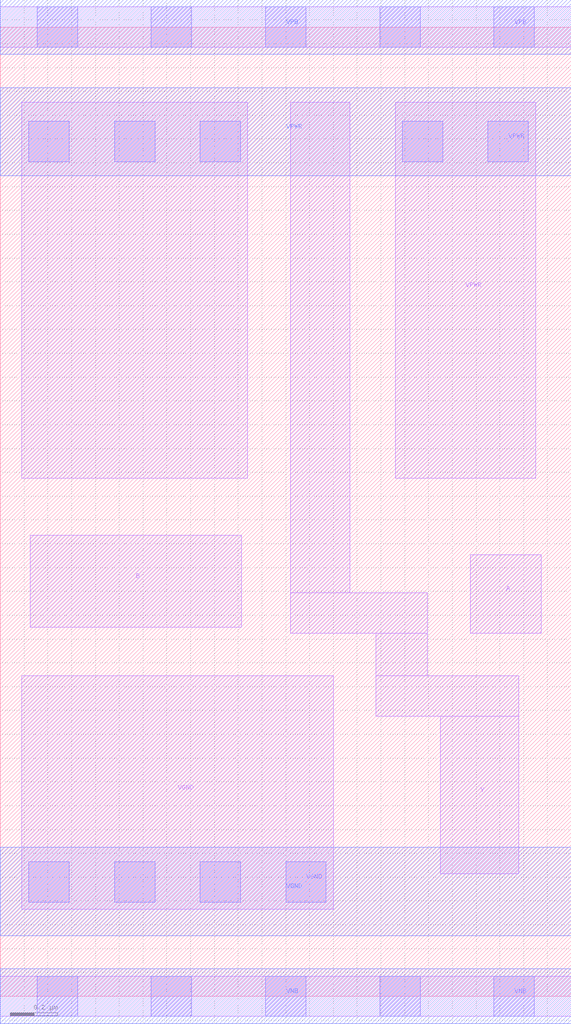
<source format=lef>
# Copyright 2020 The SkyWater PDK Authors
#
# Licensed under the Apache License, Version 2.0 (the "License");
# you may not use this file except in compliance with the License.
# You may obtain a copy of the License at
#
#     https://www.apache.org/licenses/LICENSE-2.0
#
# Unless required by applicable law or agreed to in writing, software
# distributed under the License is distributed on an "AS IS" BASIS,
# WITHOUT WARRANTIES OR CONDITIONS OF ANY KIND, either express or implied.
# See the License for the specific language governing permissions and
# limitations under the License.
#
# SPDX-License-Identifier: Apache-2.0

VERSION 5.7 ;
  NAMESCASESENSITIVE ON ;
  NOWIREEXTENSIONATPIN ON ;
  DIVIDERCHAR "/" ;
  BUSBITCHARS "[]" ;
UNITS
  DATABASE MICRONS 200 ;
END UNITS
MACRO sky130_fd_sc_hvl__nand2_1
  CLASS CORE ;
  SOURCE USER ;
  FOREIGN sky130_fd_sc_hvl__nand2_1 ;
  ORIGIN  0.000000  0.000000 ;
  SIZE  2.400000 BY  4.070000 ;
  SYMMETRY X Y ;
  SITE unithv ;
  PIN A
    ANTENNAGATEAREA  1.125000 ;
    DIRECTION INPUT ;
    USE SIGNAL ;
    PORT
      LAYER li1 ;
        RECT 1.975000 1.525000 2.275000 1.855000 ;
    END
  END A
  PIN B
    ANTENNAGATEAREA  1.125000 ;
    DIRECTION INPUT ;
    USE SIGNAL ;
    PORT
      LAYER li1 ;
        RECT 0.125000 1.550000 1.015000 1.935000 ;
    END
  END B
  PIN Y
    ANTENNADIFFAREA  0.633750 ;
    DIRECTION OUTPUT ;
    USE SIGNAL ;
    PORT
      LAYER li1 ;
        RECT 1.220000 1.525000 1.795000 1.695000 ;
        RECT 1.220000 1.695000 1.470000 3.755000 ;
        RECT 1.580000 1.175000 2.180000 1.345000 ;
        RECT 1.580000 1.345000 1.795000 1.525000 ;
        RECT 1.850000 0.515000 2.180000 1.175000 ;
    END
  END Y
  PIN VGND
    DIRECTION INOUT ;
    USE GROUND ;
    PORT
      LAYER li1 ;
        RECT 0.090000 0.365000 1.400000 1.345000 ;
      LAYER mcon ;
        RECT 0.120000 0.395000 0.290000 0.565000 ;
        RECT 0.480000 0.395000 0.650000 0.565000 ;
        RECT 0.840000 0.395000 1.010000 0.565000 ;
        RECT 1.200000 0.395000 1.370000 0.565000 ;
      LAYER met1 ;
        RECT 0.000000 0.255000 2.400000 0.625000 ;
    END
  END VGND
  PIN VNB
    DIRECTION INOUT ;
    USE GROUND ;
    PORT
      LAYER li1 ;
        RECT 0.000000 -0.085000 2.400000 0.085000 ;
      LAYER mcon ;
        RECT 0.155000 -0.085000 0.325000 0.085000 ;
        RECT 0.635000 -0.085000 0.805000 0.085000 ;
        RECT 1.115000 -0.085000 1.285000 0.085000 ;
        RECT 1.595000 -0.085000 1.765000 0.085000 ;
        RECT 2.075000 -0.085000 2.245000 0.085000 ;
      LAYER met1 ;
        RECT 0.000000 -0.115000 2.400000 0.115000 ;
    END
  END VNB
  PIN VPB
    DIRECTION INOUT ;
    USE POWER ;
    PORT
      LAYER li1 ;
        RECT 0.000000 3.985000 2.400000 4.155000 ;
      LAYER mcon ;
        RECT 0.155000 3.985000 0.325000 4.155000 ;
        RECT 0.635000 3.985000 0.805000 4.155000 ;
        RECT 1.115000 3.985000 1.285000 4.155000 ;
        RECT 1.595000 3.985000 1.765000 4.155000 ;
        RECT 2.075000 3.985000 2.245000 4.155000 ;
      LAYER met1 ;
        RECT 0.000000 3.955000 2.400000 4.185000 ;
    END
  END VPB
  PIN VPWR
    DIRECTION INOUT ;
    USE POWER ;
    PORT
      LAYER li1 ;
        RECT 0.090000 2.175000 1.040000 3.755000 ;
        RECT 1.660000 2.175000 2.250000 3.755000 ;
      LAYER mcon ;
        RECT 0.120000 3.505000 0.290000 3.675000 ;
        RECT 0.480000 3.505000 0.650000 3.675000 ;
        RECT 0.840000 3.505000 1.010000 3.675000 ;
        RECT 1.690000 3.505000 1.860000 3.675000 ;
        RECT 2.050000 3.505000 2.220000 3.675000 ;
      LAYER met1 ;
        RECT 0.000000 3.445000 2.400000 3.815000 ;
    END
  END VPWR
END sky130_fd_sc_hvl__nand2_1

</source>
